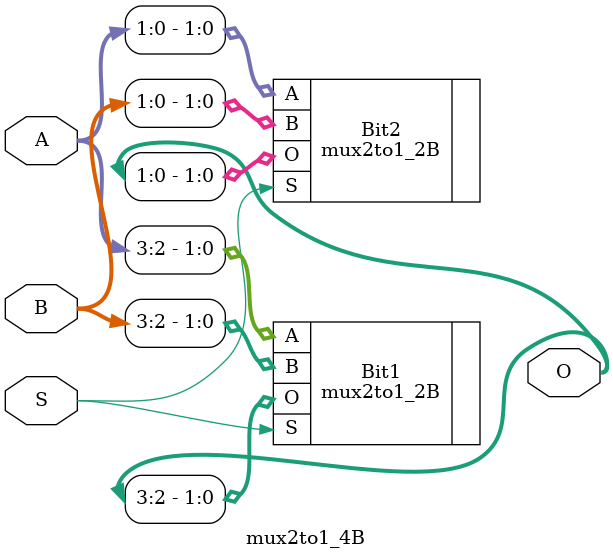
<source format=v>
module mux2to1_4B (S,A,B,O);
	input S;
	input [3:0] A,B;
	output [3:0] O;
	mux2to1_2B Bit1(.S(S), .A(A[3:2]),.B(B[3:2]),.O(O[3:2]));
	mux2to1_2B Bit2(.S(S), .A(A[1:0]),.B(B[1:0]),.O(O[1:0]));
endmodule

</source>
